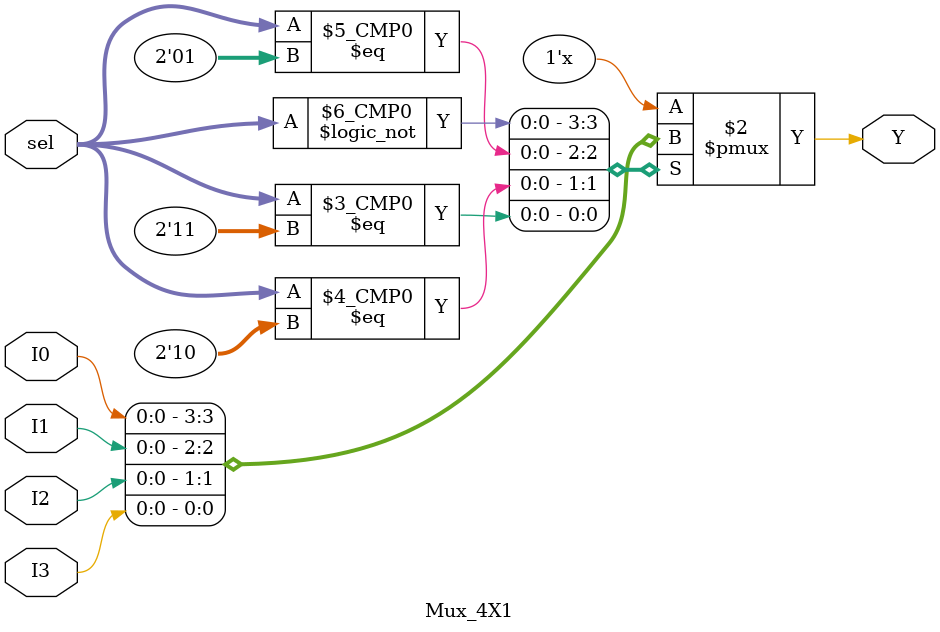
<source format=v>
`timescale 1ns / 1ps


module Mux_4X1(I0,I1,I2,I3,sel,Y);
input I0,I1,I2,I3;
input [1:0] sel;
output reg Y;

always @(I0 or I1 or I2 or I3 or sel) begin
case(sel)
2'b00: Y<=I0;
2'b01: Y<=I1;
2'b10: Y<=I2;
2'b11: Y<=I3;
endcase
end
endmodule

</source>
